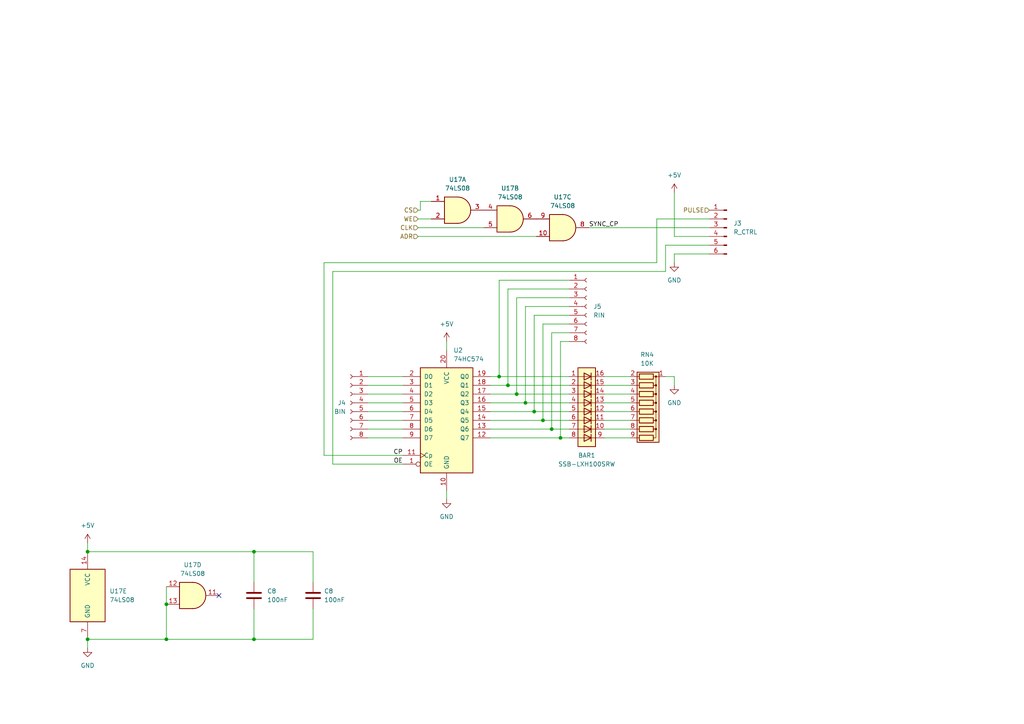
<source format=kicad_sch>
(kicad_sch (version 20230121) (generator eeschema)
  (paper "A4")
  (lib_symbols
    (symbol "74xx:74HCT574" (pin_names (offset 1.016))
      (property "Reference" "U" (at -7.62 16.51 0))
      (property "Value" "74HCT574" (at -7.62 -16.51 0))
      (symbol "74HCT574_1_0"
        (pin input inverted (at -12.7 -12.7 0) (length 5.08) (name "OE") (number "1"))
        (pin power_in line (at 0 -20.32 90) (length 5.08) (name "GND") (number "10"))
        (pin input clock (at -12.7 -10.16 0) (length 5.08) (name "Cp") (number "11"))
        (pin tri_state line (at 12.7 -5.08 180) (length 5.08) (name "Q7") (number "12"))
        (pin tri_state line (at 12.7 -2.54 180) (length 5.08) (name "Q6") (number "13"))
        (pin tri_state line (at 12.7 0 180) (length 5.08) (name "Q5") (number "14"))
        (pin tri_state line (at 12.7 2.54 180) (length 5.08) (name "Q4") (number "15"))
        (pin tri_state line (at 12.7 5.08 180) (length 5.08) (name "Q3") (number "16"))
        (pin tri_state line (at 12.7 7.62 180) (length 5.08) (name "Q2") (number "17"))
        (pin tri_state line (at 12.7 10.16 180) (length 5.08) (name "Q1") (number "18"))
        (pin tri_state line (at 12.7 12.7 180) (length 5.08) (name "Q0") (number "19"))
        (pin input line (at -12.7 12.7 0) (length 5.08) (name "D0") (number "2"))
        (pin power_in line (at 0 20.32 270) (length 5.08) (name "VCC") (number "20"))
        (pin input line (at -12.7 10.16 0) (length 5.08) (name "D1") (number "3"))
        (pin input line (at -12.7 7.62 0) (length 5.08) (name "D2") (number "4"))
        (pin input line (at -12.7 5.08 0) (length 5.08) (name "D3") (number "5"))
        (pin input line (at -12.7 2.54 0) (length 5.08) (name "D4") (number "6"))
        (pin input line (at -12.7 0 0) (length 5.08) (name "D5") (number "7"))
        (pin input line (at -12.7 -2.54 0) (length 5.08) (name "D6") (number "8"))
        (pin input line (at -12.7 -5.08 0) (length 5.08) (name "D7") (number "9"))
      )
      (symbol "74HCT574_1_1"
        (rectangle (start -7.62 15.24) (end 7.62 -15.24) (stroke (width 0.254)) (fill (type background)))
      )
    )
    (symbol "74xx:74LS08" (pin_names (offset 1.016))
      (property "Reference" "U" (at 0 1.27 0))
      (property "Value" "74LS08" (at 0 -1.27 0))
      (symbol "74LS08_1_1"
        (arc (start 0 -3.81) (mid 3.7934 0) (end 0 3.81) (stroke (width 0.254)) (fill (type background)))
        (polyline (pts (xy 0 3.81) (xy -3.81 3.81) (xy -3.81 -3.81) (xy 0 -3.81)) (stroke (width 0.254)) (fill (type background)))
        (pin input line (at -7.62 2.54 0) (length 3.81) (name "~") (number "1"))
        (pin input line (at -7.62 -2.54 0) (length 3.81) (name "~") (number "2"))
        (pin output line (at 7.62 0 180) (length 3.81) (name "~") (number "3"))
      )
      (symbol "74LS08_1_2"
        (arc (start -3.81 -3.81) (mid -2.589 0) (end -3.81 3.81) (stroke (width 0.254)))
        (arc (start -0.6096 -3.81) (mid 2.1842 -2.5851) (end 3.81 0) (stroke (width 0.254)) (fill (type background)))
        (polyline (pts (xy -3.81 -3.81) (xy -0.635 -3.81)) (stroke (width 0.254)) (fill (type background)))
        (polyline (pts (xy -3.81 3.81) (xy -0.635 3.81)) (stroke (width 0.254)) (fill (type background)))
        (polyline (pts (xy -0.635 3.81) (xy -3.81 3.81) (xy -3.81 3.81) (xy -3.556 3.4036) (xy -3.0226 2.2606) (xy -2.6924 1.0414) (xy -2.6162 -0.254) (xy -2.7686 -1.4986) (xy -3.175 -2.7178) (xy -3.81 -3.81) (xy -3.81 -3.81) (xy -0.635 -3.81)) (stroke (width -25.4)) (fill (type background)))
        (arc (start 3.81 0) (mid 2.1915 2.5936) (end -0.6096 3.81) (stroke (width 0.254)) (fill (type background)))
        (pin input inverted (at -7.62 2.54 0) (length 4.318) (name "~") (number "1"))
        (pin input inverted (at -7.62 -2.54 0) (length 4.318) (name "~") (number "2"))
        (pin output inverted (at 7.62 0 180) (length 3.81) (name "~") (number "3"))
      )
      (symbol "74LS08_2_1"
        (arc (start 0 -3.81) (mid 3.7934 0) (end 0 3.81) (stroke (width 0.254)) (fill (type background)))
        (polyline (pts (xy 0 3.81) (xy -3.81 3.81) (xy -3.81 -3.81) (xy 0 -3.81)) (stroke (width 0.254)) (fill (type background)))
        (pin input line (at -7.62 2.54 0) (length 3.81) (name "~") (number "4"))
        (pin input line (at -7.62 -2.54 0) (length 3.81) (name "~") (number "5"))
        (pin output line (at 7.62 0 180) (length 3.81) (name "~") (number "6"))
      )
      (symbol "74LS08_2_2"
        (arc (start -3.81 -3.81) (mid -2.589 0) (end -3.81 3.81) (stroke (width 0.254)))
        (arc (start -0.6096 -3.81) (mid 2.1842 -2.5851) (end 3.81 0) (stroke (width 0.254)) (fill (type background)))
        (polyline (pts (xy -3.81 -3.81) (xy -0.635 -3.81)) (stroke (width 0.254)) (fill (type background)))
        (polyline (pts (xy -3.81 3.81) (xy -0.635 3.81)) (stroke (width 0.254)) (fill (type background)))
        (polyline (pts (xy -0.635 3.81) (xy -3.81 3.81) (xy -3.81 3.81) (xy -3.556 3.4036) (xy -3.0226 2.2606) (xy -2.6924 1.0414) (xy -2.6162 -0.254) (xy -2.7686 -1.4986) (xy -3.175 -2.7178) (xy -3.81 -3.81) (xy -3.81 -3.81) (xy -0.635 -3.81)) (stroke (width -25.4)) (fill (type background)))
        (arc (start 3.81 0) (mid 2.1915 2.5936) (end -0.6096 3.81) (stroke (width 0.254)) (fill (type background)))
        (pin input inverted (at -7.62 2.54 0) (length 4.318) (name "~") (number "4"))
        (pin input inverted (at -7.62 -2.54 0) (length 4.318) (name "~") (number "5"))
        (pin output inverted (at 7.62 0 180) (length 3.81) (name "~") (number "6"))
      )
      (symbol "74LS08_3_1"
        (arc (start 0 -3.81) (mid 3.7934 0) (end 0 3.81) (stroke (width 0.254)) (fill (type background)))
        (polyline (pts (xy 0 3.81) (xy -3.81 3.81) (xy -3.81 -3.81) (xy 0 -3.81)) (stroke (width 0.254)) (fill (type background)))
        (pin input line (at -7.62 -2.54 0) (length 3.81) (name "~") (number "10"))
        (pin output line (at 7.62 0 180) (length 3.81) (name "~") (number "8"))
        (pin input line (at -7.62 2.54 0) (length 3.81) (name "~") (number "9"))
      )
      (symbol "74LS08_3_2"
        (arc (start -3.81 -3.81) (mid -2.589 0) (end -3.81 3.81) (stroke (width 0.254)))
        (arc (start -0.6096 -3.81) (mid 2.1842 -2.5851) (end 3.81 0) (stroke (width 0.254)) (fill (type background)))
        (polyline (pts (xy -3.81 -3.81) (xy -0.635 -3.81)) (stroke (width 0.254)) (fill (type background)))
        (polyline (pts (xy -3.81 3.81) (xy -0.635 3.81)) (stroke (width 0.254)) (fill (type background)))
        (polyline (pts (xy -0.635 3.81) (xy -3.81 3.81) (xy -3.81 3.81) (xy -3.556 3.4036) (xy -3.0226 2.2606) (xy -2.6924 1.0414) (xy -2.6162 -0.254) (xy -2.7686 -1.4986) (xy -3.175 -2.7178) (xy -3.81 -3.81) (xy -3.81 -3.81) (xy -0.635 -3.81)) (stroke (width -25.4)) (fill (type background)))
        (arc (start 3.81 0) (mid 2.1915 2.5936) (end -0.6096 3.81) (stroke (width 0.254)) (fill (type background)))
        (pin input inverted (at -7.62 -2.54 0) (length 4.318) (name "~") (number "10"))
        (pin output inverted (at 7.62 0 180) (length 3.81) (name "~") (number "8"))
        (pin input inverted (at -7.62 2.54 0) (length 4.318) (name "~") (number "9"))
      )
      (symbol "74LS08_4_1"
        (arc (start 0 -3.81) (mid 3.7934 0) (end 0 3.81) (stroke (width 0.254)) (fill (type background)))
        (polyline (pts (xy 0 3.81) (xy -3.81 3.81) (xy -3.81 -3.81) (xy 0 -3.81)) (stroke (width 0.254)) (fill (type background)))
        (pin output line (at 7.62 0 180) (length 3.81) (name "~") (number "11"))
        (pin input line (at -7.62 2.54 0) (length 3.81) (name "~") (number "12"))
        (pin input line (at -7.62 -2.54 0) (length 3.81) (name "~") (number "13"))
      )
      (symbol "74LS08_4_2"
        (arc (start -3.81 -3.81) (mid -2.589 0) (end -3.81 3.81) (stroke (width 0.254)))
        (arc (start -0.6096 -3.81) (mid 2.1842 -2.5851) (end 3.81 0) (stroke (width 0.254)) (fill (type background)))
        (polyline (pts (xy -3.81 -3.81) (xy -0.635 -3.81)) (stroke (width 0.254)) (fill (type background)))
        (polyline (pts (xy -3.81 3.81) (xy -0.635 3.81)) (stroke (width 0.254)) (fill (type background)))
        (polyline (pts (xy -0.635 3.81) (xy -3.81 3.81) (xy -3.81 3.81) (xy -3.556 3.4036) (xy -3.0226 2.2606) (xy -2.6924 1.0414) (xy -2.6162 -0.254) (xy -2.7686 -1.4986) (xy -3.175 -2.7178) (xy -3.81 -3.81) (xy -3.81 -3.81) (xy -0.635 -3.81)) (stroke (width -25.4)) (fill (type background)))
        (arc (start 3.81 0) (mid 2.1915 2.5936) (end -0.6096 3.81) (stroke (width 0.254)) (fill (type background)))
        (pin output inverted (at 7.62 0 180) (length 3.81) (name "~") (number "11"))
        (pin input inverted (at -7.62 2.54 0) (length 4.318) (name "~") (number "12"))
        (pin input inverted (at -7.62 -2.54 0) (length 4.318) (name "~") (number "13"))
      )
      (symbol "74LS08_5_0"
        (pin power_in line (at 0 12.7 270) (length 5.08) (name "VCC") (number "14"))
        (pin power_in line (at 0 -12.7 90) (length 5.08) (name "GND") (number "7"))
      )
      (symbol "74LS08_5_1"
        (rectangle (start -5.08 7.62) (end 5.08 -7.62) (stroke (width 0.254)) (fill (type background)))
      )
    )
    (symbol "Connector:Conn_01x06_Pin" (pin_names (offset 1.016) hide)
      (property "Reference" "J" (at 0 7.62 0))
      (property "Value" "Conn_01x06_Pin" (at 0 -10.16 0))
      (symbol "Conn_01x06_Pin_1_1"
        (polyline (pts (xy 1.27 -7.62) (xy 0.8636 -7.62)) (stroke (width 0.1524)))
        (polyline (pts (xy 1.27 -5.08) (xy 0.8636 -5.08)) (stroke (width 0.1524)))
        (polyline (pts (xy 1.27 -2.54) (xy 0.8636 -2.54)) (stroke (width 0.1524)))
        (polyline (pts (xy 1.27 0) (xy 0.8636 0)) (stroke (width 0.1524)))
        (polyline (pts (xy 1.27 2.54) (xy 0.8636 2.54)) (stroke (width 0.1524)))
        (polyline (pts (xy 1.27 5.08) (xy 0.8636 5.08)) (stroke (width 0.1524)))
        (rectangle (start 0.8636 -7.493) (end 0 -7.747) (stroke (width 0.1524)) (fill (type outline)))
        (rectangle (start 0.8636 -4.953) (end 0 -5.207) (stroke (width 0.1524)) (fill (type outline)))
        (rectangle (start 0.8636 -2.413) (end 0 -2.667) (stroke (width 0.1524)) (fill (type outline)))
        (rectangle (start 0.8636 0.127) (end 0 -0.127) (stroke (width 0.1524)) (fill (type outline)))
        (rectangle (start 0.8636 2.667) (end 0 2.413) (stroke (width 0.1524)) (fill (type outline)))
        (rectangle (start 0.8636 5.207) (end 0 4.953) (stroke (width 0.1524)) (fill (type outline)))
        (pin passive line (at 5.08 5.08 180) (length 3.81) (name "Pin_1") (number "1"))
        (pin passive line (at 5.08 2.54 180) (length 3.81) (name "Pin_2") (number "2"))
        (pin passive line (at 5.08 0 180) (length 3.81) (name "Pin_3") (number "3"))
        (pin passive line (at 5.08 -2.54 180) (length 3.81) (name "Pin_4") (number "4"))
        (pin passive line (at 5.08 -5.08 180) (length 3.81) (name "Pin_5") (number "5"))
        (pin passive line (at 5.08 -7.62 180) (length 3.81) (name "Pin_6") (number "6"))
      )
    )
    (symbol "Connector:Conn_01x08_Socket" (pin_names (offset 1.016) hide)
      (property "Reference" "J" (at 0 10.16 0))
      (property "Value" "Conn_01x08_Socket" (at 0 -12.7 0))
      (symbol "Conn_01x08_Socket_1_1"
        (arc (start 0 -9.652) (mid -0.5058 -10.16) (end 0 -10.668) (stroke (width 0.1524)))
        (arc (start 0 -7.112) (mid -0.5058 -7.62) (end 0 -8.128) (stroke (width 0.1524)))
        (arc (start 0 -4.572) (mid -0.5058 -5.08) (end 0 -5.588) (stroke (width 0.1524)))
        (arc (start 0 -2.032) (mid -0.5058 -2.54) (end 0 -3.048) (stroke (width 0.1524)))
        (polyline (pts (xy -1.27 -10.16) (xy -0.508 -10.16)) (stroke (width 0.1524)))
        (polyline (pts (xy -1.27 -7.62) (xy -0.508 -7.62)) (stroke (width 0.1524)))
        (polyline (pts (xy -1.27 -5.08) (xy -0.508 -5.08)) (stroke (width 0.1524)))
        (polyline (pts (xy -1.27 -2.54) (xy -0.508 -2.54)) (stroke (width 0.1524)))
        (polyline (pts (xy -1.27 0) (xy -0.508 0)) (stroke (width 0.1524)))
        (polyline (pts (xy -1.27 2.54) (xy -0.508 2.54)) (stroke (width 0.1524)))
        (polyline (pts (xy -1.27 5.08) (xy -0.508 5.08)) (stroke (width 0.1524)))
        (polyline (pts (xy -1.27 7.62) (xy -0.508 7.62)) (stroke (width 0.1524)))
        (arc (start 0 0.508) (mid -0.5058 0) (end 0 -0.508) (stroke (width 0.1524)))
        (arc (start 0 3.048) (mid -0.5058 2.54) (end 0 2.032) (stroke (width 0.1524)))
        (arc (start 0 5.588) (mid -0.5058 5.08) (end 0 4.572) (stroke (width 0.1524)))
        (arc (start 0 8.128) (mid -0.5058 7.62) (end 0 7.112) (stroke (width 0.1524)))
        (pin passive line (at -5.08 7.62 0) (length 3.81) (name "Pin_1") (number "1"))
        (pin passive line (at -5.08 5.08 0) (length 3.81) (name "Pin_2") (number "2"))
        (pin passive line (at -5.08 2.54 0) (length 3.81) (name "Pin_3") (number "3"))
        (pin passive line (at -5.08 0 0) (length 3.81) (name "Pin_4") (number "4"))
        (pin passive line (at -5.08 -2.54 0) (length 3.81) (name "Pin_5") (number "5"))
        (pin passive line (at -5.08 -5.08 0) (length 3.81) (name "Pin_6") (number "6"))
        (pin passive line (at -5.08 -7.62 0) (length 3.81) (name "Pin_7") (number "7"))
        (pin passive line (at -5.08 -10.16 0) (length 3.81) (name "Pin_8") (number "8"))
      )
    )
    (symbol "Device:C" (pin_numbers hide) (pin_names (offset 0.254))
      (property "Reference" "C" (at 0.635 2.54 0))
      (property "Value" "C" (at 0.635 -2.54 0))
      (symbol "C_0_1"
        (polyline (pts (xy -2.032 -0.762) (xy 2.032 -0.762)) (stroke (width 0.508)))
        (polyline (pts (xy -2.032 0.762) (xy 2.032 0.762)) (stroke (width 0.508)))
      )
      (symbol "C_1_1"
        (pin passive line (at 0 3.81 270) (length 2.794) (name "~") (number "1"))
        (pin passive line (at 0 -3.81 90) (length 2.794) (name "~") (number "2"))
      )
    )
    (symbol "Device:R_Network08" (pin_names (offset 0) hide)
      (property "Reference" "RN" (at -12.7 0 90))
      (property "Value" "R_Network08" (at 10.16 0 90))
      (symbol "R_Network08_0_1"
        (rectangle (start -11.43 -3.175) (end 8.89 3.175) (stroke (width 0.254)) (fill (type background)))
        (rectangle (start -10.922 1.524) (end -9.398 -2.54) (stroke (width 0.254)))
        (circle (center -10.16 2.286) (radius 0.254) (fill (type outline)))
        (rectangle (start -8.382 1.524) (end -6.858 -2.54) (stroke (width 0.254)))
        (circle (center -7.62 2.286) (radius 0.254) (fill (type outline)))
        (rectangle (start -5.842 1.524) (end -4.318 -2.54) (stroke (width 0.254)))
        (circle (center -5.08 2.286) (radius 0.254) (fill (type outline)))
        (rectangle (start -3.302 1.524) (end -1.778 -2.54) (stroke (width 0.254)))
        (circle (center -2.54 2.286) (radius 0.254) (fill (type outline)))
        (rectangle (start -0.762 1.524) (end 0.762 -2.54) (stroke (width 0.254)))
        (polyline (pts (xy -10.16 -2.54) (xy -10.16 -3.81)))
        (polyline (pts (xy -7.62 -2.54) (xy -7.62 -3.81)))
        (polyline (pts (xy -5.08 -2.54) (xy -5.08 -3.81)))
        (polyline (pts (xy -2.54 -2.54) (xy -2.54 -3.81)))
        (polyline (pts (xy 0 -2.54) (xy 0 -3.81)))
        (polyline (pts (xy 2.54 -2.54) (xy 2.54 -3.81)))
        (polyline (pts (xy 5.08 -2.54) (xy 5.08 -3.81)))
        (polyline (pts (xy 7.62 -2.54) (xy 7.62 -3.81)))
        (polyline (pts (xy -10.16 1.524) (xy -10.16 2.286) (xy -7.62 2.286) (xy -7.62 1.524)))
        (polyline (pts (xy -7.62 1.524) (xy -7.62 2.286) (xy -5.08 2.286) (xy -5.08 1.524)))
        (polyline (pts (xy -5.08 1.524) (xy -5.08 2.286) (xy -2.54 2.286) (xy -2.54 1.524)))
        (polyline (pts (xy -2.54 1.524) (xy -2.54 2.286) (xy 0 2.286) (xy 0 1.524)))
        (polyline (pts (xy 0 1.524) (xy 0 2.286) (xy 2.54 2.286) (xy 2.54 1.524)))
        (polyline (pts (xy 2.54 1.524) (xy 2.54 2.286) (xy 5.08 2.286) (xy 5.08 1.524)))
        (polyline (pts (xy 5.08 1.524) (xy 5.08 2.286) (xy 7.62 2.286) (xy 7.62 1.524)))
        (circle (center 0 2.286) (radius 0.254) (fill (type outline)))
        (rectangle (start 1.778 1.524) (end 3.302 -2.54) (stroke (width 0.254)))
        (circle (center 2.54 2.286) (radius 0.254) (fill (type outline)))
        (rectangle (start 4.318 1.524) (end 5.842 -2.54) (stroke (width 0.254)))
        (circle (center 5.08 2.286) (radius 0.254) (fill (type outline)))
        (rectangle (start 6.858 1.524) (end 8.382 -2.54) (stroke (width 0.254)))
      )
      (symbol "R_Network08_1_1"
        (pin passive line (at -10.16 5.08 270) (length 2.54) (name "common") (number "1"))
        (pin passive line (at -10.16 -5.08 90) (length 1.27) (name "R1") (number "2"))
        (pin passive line (at -7.62 -5.08 90) (length 1.27) (name "R2") (number "3"))
        (pin passive line (at -5.08 -5.08 90) (length 1.27) (name "R3") (number "4"))
        (pin passive line (at -2.54 -5.08 90) (length 1.27) (name "R4") (number "5"))
        (pin passive line (at 0 -5.08 90) (length 1.27) (name "R5") (number "6"))
        (pin passive line (at 2.54 -5.08 90) (length 1.27) (name "R6") (number "7"))
        (pin passive line (at 5.08 -5.08 90) (length 1.27) (name "R7") (number "8"))
        (pin passive line (at 7.62 -5.08 90) (length 1.27) (name "R8") (number "9"))
      )
    )
    (symbol "LED:SSB-LXH100SRW" (pin_names (offset 1.016) hide)
      (property "Reference" "BAR" (at 0 15.24 0))
      (property "Value" "SSB-LXH100SRW" (at 0 -12.7 0))
      (symbol "SSB-LXH100SRW_0_1"
        (rectangle (start -2.54 12.7) (end 2.54 -10.16) (stroke (width 0.254)) (fill (type background)))
        (polyline (pts (xy -2.54 -7.62) (xy 2.54 -7.62)))
        (polyline (pts (xy -2.54 -5.08) (xy 2.54 -5.08)))
        (polyline (pts (xy -2.54 0) (xy 2.54 0)))
        (polyline (pts (xy -2.54 5.08) (xy 2.54 5.08)))
        (polyline (pts (xy -2.54 7.62) (xy 2.54 7.62)))
        (polyline (pts (xy -2.54 10.16) (xy 2.54 10.16)))
        (polyline (pts (xy 1.27 -6.604) (xy 1.27 -8.636)) (stroke (width 0.254)))
        (polyline (pts (xy 1.27 -4.064) (xy 1.27 -6.096)) (stroke (width 0.254)))
        (polyline (pts (xy 1.27 -1.524) (xy 1.27 -3.556)) (stroke (width 0.254)))
        (polyline (pts (xy 1.27 1.016) (xy 1.27 -1.016)) (stroke (width 0.254)))
        (polyline (pts (xy 1.27 3.556) (xy 1.27 1.524)) (stroke (width 0.254)))
        (polyline (pts (xy 1.27 6.096) (xy 1.27 4.064)) (stroke (width 0.254)))
        (polyline (pts (xy 1.27 8.636) (xy 1.27 6.604)) (stroke (width 0.254)))
        (polyline (pts (xy 1.27 11.176) (xy 1.27 9.144)) (stroke (width 0.254)))
        (polyline (pts (xy 2.54 -2.54) (xy -2.54 -2.54)))
        (polyline (pts (xy 2.54 2.54) (xy -2.54 2.54)))
        (polyline (pts (xy -0.762 -6.604) (xy -0.762 -8.636) (xy 1.27 -7.62) (xy -0.762 -6.604)) (stroke (width 0.254)))
        (polyline (pts (xy -0.762 -4.064) (xy -0.762 -6.096) (xy 1.27 -5.08) (xy -0.762 -4.064)) (stroke (width 0.254)))
        (polyline (pts (xy -0.762 -1.524) (xy -0.762 -3.556) (xy 1.27 -2.54) (xy -0.762 -1.524)) (stroke (width 0.254)))
        (polyline (pts (xy -0.762 1.016) (xy -0.762 -1.016) (xy 1.27 0) (xy -0.762 1.016)) (stroke (width 0.254)))
        (polyline (pts (xy -0.762 3.556) (xy -0.762 1.524) (xy 1.27 2.54) (xy -0.762 3.556)) (stroke (width 0.254)))
        (polyline (pts (xy -0.762 6.096) (xy -0.762 4.064) (xy 1.27 5.08) (xy -0.762 6.096)) (stroke (width 0.254)))
        (polyline (pts (xy -0.762 8.636) (xy -0.762 6.604) (xy 1.27 7.62) (xy -0.762 8.636)) (stroke (width 0.254)))
        (polyline (pts (xy -0.762 11.176) (xy -0.762 9.144) (xy 1.27 10.16) (xy -0.762 11.176)) (stroke (width 0.254)))
      )
      (symbol "SSB-LXH100SRW_1_1"
        (pin passive line (at -5.08 10.16 0) (length 2.54) (name "A") (number "1"))
        (pin passive line (at 5.08 -5.08 180) (length 2.54) (name "K") (number "10"))
        (pin passive line (at 5.08 -2.54 180) (length 2.54) (name "K") (number "11"))
        (pin passive line (at 5.08 0 180) (length 2.54) (name "K") (number "12"))
        (pin passive line (at 5.08 2.54 180) (length 2.54) (name "K") (number "13"))
        (pin passive line (at 5.08 5.08 180) (length 2.54) (name "K") (number "14"))
        (pin passive line (at 5.08 7.62 180) (length 2.54) (name "K") (number "15"))
        (pin passive line (at 5.08 10.16 180) (length 2.54) (name "K") (number "16"))
        (pin passive line (at -5.08 7.62 0) (length 2.54) (name "A") (number "2"))
        (pin passive line (at -5.08 5.08 0) (length 2.54) (name "A") (number "3"))
        (pin passive line (at -5.08 2.54 0) (length 2.54) (name "A") (number "4"))
        (pin passive line (at -5.08 0 0) (length 2.54) (name "A") (number "5"))
        (pin passive line (at -5.08 -2.54 0) (length 2.54) (name "A") (number "6"))
        (pin passive line (at -5.08 -5.08 0) (length 2.54) (name "A") (number "7"))
        (pin passive line (at -5.08 -7.62 0) (length 2.54) (name "A") (number "8"))
        (pin passive line (at 5.08 -7.62 180) (length 2.54) (name "K") (number "9"))
      )
    )
    (symbol "power:+5V" (power) (pin_names (offset 0))
      (property "Value" "+5V" (at 0 3.556 0))
      (symbol "+5V_0_1"
        (polyline (pts (xy -0.762 1.27) (xy 0 2.54)))
        (polyline (pts (xy 0 0) (xy 0 2.54)))
        (polyline (pts (xy 0 2.54) (xy 0.762 1.27)))
      )
      (symbol "+5V_1_1"
        (pin power_in line (at 0 0 90) (length 0) hide (name "+5V") (number "1"))
      )
    )
    (symbol "power:GND" (power) (pin_names (offset 0))
      (property "Value" "GND" (at 0 -3.81 0))
      (symbol "GND_0_1"
        (polyline (pts (xy 0 0) (xy 0 -1.27) (xy 1.27 -1.27) (xy 0 -2.54) (xy -1.27 -1.27) (xy 0 -1.27)))
      )
      (symbol "GND_1_1"
        (pin power_in line (at 0 0 270) (length 0) hide (name "GND") (number "1"))
      )
    )
  )
  (junction (at 73.66 185.42))
  (junction (at 162.56 127))
  (junction (at 160.02 124.46))
  (junction (at 144.78 109.22))
  (junction (at 25.4 160.02))
  (junction (at 147.32 111.76))
  (junction (at 154.94 119.38))
  (junction (at 157.48 121.92))
  (junction (at 48.26 185.42))
  (junction (at 73.66 160.02))
  (junction (at 48.26 175.26))
  (junction (at 25.4 185.42))
  (junction (at 152.4 116.84))
  (junction (at 149.86 114.3))
  (no_connect (at 63.5 172.72))
  (wire (pts (xy 165.1 93.98) (xy 157.48 93.98)))
  (wire (pts (xy 152.4 116.84) (xy 165.1 116.84)))
  (wire (pts (xy 162.56 99.06) (xy 162.56 127)))
  (wire (pts (xy 175.26 111.76) (xy 182.88 111.76)))
  (wire (pts (xy 121.285 68.58) (xy 155.575 68.58)))
  (wire (pts (xy 175.26 109.22) (xy 182.88 109.22)))
  (wire (pts (xy 142.24 109.22) (xy 144.78 109.22)))
  (wire (pts (xy 195.58 109.22) (xy 195.58 111.76)))
  (wire (pts (xy 142.24 127) (xy 162.56 127)))
  (wire (pts (xy 165.1 81.28) (xy 144.78 81.28)))
  (wire (pts (xy 165.1 83.82) (xy 147.32 83.82)))
  (wire (pts (xy 195.58 73.66) (xy 195.58 76.2)))
  (wire (pts (xy 144.78 109.22) (xy 165.1 109.22)))
  (wire (pts (xy 25.4 185.42) (xy 48.26 185.42)))
  (wire (pts (xy 48.26 175.26) (xy 48.26 185.42)))
  (wire (pts (xy 73.66 176.53) (xy 73.66 185.42)))
  (wire (pts (xy 125.095 63.5) (xy 121.285 63.5)))
  (wire (pts (xy 147.32 111.76) (xy 165.1 111.76)))
  (wire (pts (xy 160.02 96.52) (xy 160.02 124.46)))
  (wire (pts (xy 193.04 78.74) (xy 96.52 78.74)))
  (wire (pts (xy 190.5 63.5) (xy 190.5 76.2)))
  (wire (pts (xy 142.24 124.46) (xy 160.02 124.46)))
  (wire (pts (xy 106.68 114.3) (xy 116.84 114.3)))
  (wire (pts (xy 121.285 66.04) (xy 140.335 66.04)))
  (wire (pts (xy 154.94 91.44) (xy 154.94 119.38)))
  (wire (pts (xy 175.26 127) (xy 182.88 127)))
  (wire (pts (xy 106.68 127) (xy 116.84 127)))
  (wire (pts (xy 157.48 93.98) (xy 157.48 121.92)))
  (wire (pts (xy 121.285 60.96) (xy 121.92 60.96)))
  (wire (pts (xy 142.24 111.76) (xy 147.32 111.76)))
  (wire (pts (xy 106.68 124.46) (xy 116.84 124.46)))
  (wire (pts (xy 195.58 73.66) (xy 205.74 73.66)))
  (wire (pts (xy 25.4 160.02) (xy 73.66 160.02)))
  (wire (pts (xy 175.26 121.92) (xy 182.88 121.92)))
  (wire (pts (xy 73.66 160.02) (xy 73.66 168.91)))
  (wire (pts (xy 175.26 116.84) (xy 182.88 116.84)))
  (wire (pts (xy 106.68 121.92) (xy 116.84 121.92)))
  (wire (pts (xy 193.04 71.12) (xy 193.04 78.74)))
  (wire (pts (xy 193.04 109.22) (xy 195.58 109.22)))
  (wire (pts (xy 106.68 116.84) (xy 116.84 116.84)))
  (wire (pts (xy 190.5 76.2) (xy 93.98 76.2)))
  (wire (pts (xy 90.805 176.53) (xy 90.805 185.42)))
  (wire (pts (xy 129.54 99.06) (xy 129.54 101.6)))
  (wire (pts (xy 106.68 109.22) (xy 116.84 109.22)))
  (wire (pts (xy 142.24 116.84) (xy 152.4 116.84)))
  (wire (pts (xy 175.26 119.38) (xy 182.88 119.38)))
  (wire (pts (xy 170.815 66.04) (xy 205.74 66.04)))
  (wire (pts (xy 73.66 160.02) (xy 90.805 160.02)))
  (wire (pts (xy 48.26 170.18) (xy 48.26 175.26)))
  (wire (pts (xy 149.86 114.3) (xy 165.1 114.3)))
  (wire (pts (xy 142.24 114.3) (xy 149.86 114.3)))
  (wire (pts (xy 149.86 86.36) (xy 149.86 114.3)))
  (wire (pts (xy 175.26 114.3) (xy 182.88 114.3)))
  (wire (pts (xy 144.78 81.28) (xy 144.78 109.22)))
  (wire (pts (xy 160.02 124.46) (xy 165.1 124.46)))
  (wire (pts (xy 96.52 134.62) (xy 116.84 134.62)))
  (wire (pts (xy 90.805 160.02) (xy 90.805 168.91)))
  (wire (pts (xy 121.92 58.42) (xy 125.095 58.42)))
  (wire (pts (xy 154.94 119.38) (xy 165.1 119.38)))
  (wire (pts (xy 147.32 83.82) (xy 147.32 111.76)))
  (wire (pts (xy 165.1 96.52) (xy 160.02 96.52)))
  (wire (pts (xy 165.1 91.44) (xy 154.94 91.44)))
  (wire (pts (xy 152.4 88.9) (xy 152.4 116.84)))
  (wire (pts (xy 157.48 121.92) (xy 165.1 121.92)))
  (wire (pts (xy 142.24 119.38) (xy 154.94 119.38)))
  (wire (pts (xy 93.98 132.08) (xy 116.84 132.08)))
  (wire (pts (xy 106.68 111.76) (xy 116.84 111.76)))
  (wire (pts (xy 48.26 185.42) (xy 73.66 185.42)))
  (wire (pts (xy 162.56 127) (xy 165.1 127)))
  (wire (pts (xy 195.58 55.88) (xy 195.58 68.58)))
  (wire (pts (xy 106.68 119.38) (xy 116.84 119.38)))
  (wire (pts (xy 175.26 124.46) (xy 182.88 124.46)))
  (wire (pts (xy 25.4 185.42) (xy 25.4 187.96)))
  (wire (pts (xy 195.58 68.58) (xy 205.74 68.58)))
  (wire (pts (xy 93.98 76.2) (xy 93.98 132.08)))
  (wire (pts (xy 142.24 121.92) (xy 157.48 121.92)))
  (wire (pts (xy 96.52 78.74) (xy 96.52 134.62)))
  (wire (pts (xy 129.54 142.24) (xy 129.54 144.78)))
  (wire (pts (xy 165.1 88.9) (xy 152.4 88.9)))
  (wire (pts (xy 165.1 86.36) (xy 149.86 86.36)))
  (wire (pts (xy 162.56 99.06) (xy 165.1 99.06)))
  (wire (pts (xy 90.805 185.42) (xy 73.66 185.42)))
  (wire (pts (xy 190.5 63.5) (xy 205.74 63.5)))
  (wire (pts (xy 121.92 60.96) (xy 121.92 58.42)))
  (wire (pts (xy 25.4 157.48) (xy 25.4 160.02)))
  (wire (pts (xy 205.74 71.12) (xy 193.04 71.12)))
  (label "CP" (at 116.84 132.08 180))
  (label "OE" (at 116.84 134.62 180))
  (label "SYNC_CP" (at 170.815 66.04 0))
  (hierarchical_label "CLK" (shape input) (at 121.285 66.04 180))
  (hierarchical_label "PULSE" (shape input) (at 205.74 60.96 180))
  (hierarchical_label "CS" (shape input) (at 121.285 60.96 180))
  (hierarchical_label "WE" (shape input) (at 121.285 63.5 180))
  (hierarchical_label "ADR" (shape input) (at 121.285 68.58 180))
  (symbol (lib_id "Connector:Conn_01x06_Pin") (at 210.82 66.04 0) (mirror y) (unit 1)
    (property "Reference" "J3" (at 212.725 64.77 0) (effects (justify right)))
    (property "Value" "R_CTRL" (at 212.725 67.31 0) (effects (justify right)))
    (property "Footprint" "Connector_PinHeader_2.54mm:PinHeader_1x06_P2.54mm_Vertical" (effects hide))
    (instances (project "DigitalProtoBoard" (path "" (reference "J3") (unit 1)) (path "" (reference "J1") (unit 1)) (path "" (reference "J5") (unit 1)) (path "" (reference "J8") (unit 1))))
  )
  (symbol (lib_id "74xx:74LS08") (at 55.88 172.72 0) (unit 4)
    (property "Reference" "U17" (at 55.8717 163.83 0))
    (property "Value" "74LS08" (at 55.8717 166.37 0))
    (property "Datasheet" "http://www.ti.com/lit/gpn/sn74LS08" (effects hide))
    (instances (project "DigitalProtoBoard" (path "" (reference "U17") (unit 4)) (path "" (reference "U18") (unit 4)) (path "" (reference "U20") (unit 4))))
  )
  (symbol (lib_id "power:GND") (at 25.4 187.96 0) (unit 1)
    (property "Reference" "#PWR05" (effects hide))
    (property "Value" "GND" (at 25.4 193.04 0))
    (instances (project "DigitalProtoBoard" (path "" (reference "#PWR05") (unit 1)) (path "" (reference "#PWR032") (unit 1)) (path "" (reference "#PWR017") (unit 1)) (path "" (reference "#PWR025") (unit 1))))
  )
  (symbol (lib_id "Connector:Conn_01x08_Socket") (at 170.18 88.9 0) (unit 1)
    (property "Reference" "J5" (at 172.085 88.9 0) (effects (justify left)))
    (property "Value" "RIN" (at 172.085 91.44 0) (effects (justify left)))
    (property "Footprint" "Connector_PinSocket_2.54mm:PinSocket_1x08_P2.54mm_Vertical" (effects hide))
    (instances (project "DigitalProtoBoard" (path "" (reference "J5") (unit 1)) (path "" (reference "J9") (unit 1)) (path "" (reference "J7") (unit 1)) (path "" (reference "J11") (unit 1))))
  )
  (symbol (lib_id "power:+5V") (at 129.54 99.06 0) (unit 1)
    (property "Reference" "#PWR09" (effects hide))
    (property "Value" "+5V" (at 129.54 93.98 0))
    (instances (project "DigitalProtoBoard" (path "" (reference "#PWR09") (unit 1)) (path "" (reference "#PWR07") (unit 1)) (path "" (reference "#PWR018") (unit 1)) (path "" (reference "#PWR029") (unit 1))))
  )
  (symbol (lib_id "Device:R_Network08") (at 187.96 119.38 270) (unit 1)
    (property "Reference" "RN4" (at 187.706 102.87 90))
    (property "Value" "10K" (at 187.706 105.41 90))
    (property "Footprint" "Resistor_THT:R_Array_SIP9" (effects hide))
    (property "Datasheet" "http://www.vishay.com/docs/31509/csc.pdf" (effects hide))
    (instances (project "DigitalProtoBoard" (path "" (reference "RN4") (unit 1)) (path "" (reference "RN4") (unit 1)) (path "" (reference "RN2") (unit 1)) (path "" (reference "RN3") (unit 1))))
  )
  (symbol (lib_id "LED:SSB-LXH100SRW") (at 170.18 119.38 0) (unit 1)
    (property "Reference" "BAR1" (at 170.18 132.08 0))
    (property "Value" "SSB-LXH100SRW" (at 170.18 134.62 0))
    (property "Footprint" "rrDisplay:SSB-LXH100SRW" (effects hide))
    (property "Datasheet" "https://www.mouser.sg/datasheet/2/244/lumex-SSB-LXH100SRW-1176497.pdf" (effects hide))
    (instances (project "DigitalProtoBoard" (path "" (reference "BAR1") (unit 1)) (path "" (reference "BAR2") (unit 1)) (path "" (reference "BAR3") (unit 1))))
  )
  (symbol (lib_id "Device:C") (at 90.805 172.72 0) (unit 1)
    (property "Reference" "C8" (at 93.98 171.45 0) (effects (justify left)))
    (property "Value" "100nF" (at 93.98 173.99 0) (effects (justify left)))
    (property "Footprint" "Capacitor_THT:C_Disc_D5.0mm_W2.5mm_P2.50mm" (effects hide))
    (instances (project "DigitalProtoBoard" (path "" (reference "C8") (unit 1)) (path "" (reference "C7") (unit 1)) (path "" (reference "C9") (unit 1)) (path "" (reference "C4") (unit 1)) (path "" (reference "C14") (unit 1)) (path "" (reference "C15") (unit 1))))
  )
  (symbol (lib_id "power:GND") (at 195.58 76.2 0) (unit 1)
    (property "Reference" "#PWR08" (effects hide))
    (property "Value" "GND" (at 195.58 81.28 0))
    (instances (project "DigitalProtoBoard" (path "" (reference "#PWR08") (unit 1)) (path "" (reference "#PWR041") (unit 1)) (path "" (reference "#PWR042") (unit 1)) (path "" (reference "#PWR043") (unit 1))))
  )
  (symbol (lib_id "power:GND") (at 195.58 111.76 0) (unit 1)
    (property "Reference" "#PWR07" (effects hide))
    (property "Value" "GND" (at 195.58 116.84 0))
    (instances (project "DigitalProtoBoard" (path "" (reference "#PWR07") (unit 1)) (path "" (reference "#PWR09") (unit 1)) (path "" (reference "#PWR023") (unit 1)) (path "" (reference "#PWR036") (unit 1))))
  )
  (symbol (lib_id "74xx:74LS08") (at 163.195 66.04 0) (unit 3)
    (property "Reference" "U17" (at 163.1867 57.15 0))
    (property "Value" "74LS08" (at 163.1867 59.69 0))
    (property "Datasheet" "http://www.ti.com/lit/gpn/sn74LS08" (effects hide))
    (instances (project "DigitalProtoBoard" (path "" (reference "U17") (unit 3)) (path "" (reference "U18") (unit 3)) (path "" (reference "U20") (unit 3))))
  )
  (symbol (lib_id "power:+5V") (at 195.58 55.88 0) (unit 1)
    (property "Reference" "#PWR07" (effects hide))
    (property "Value" "+5V" (at 195.58 50.8 0))
    (instances (project "SerialPeripheralInterfaceBoard" (path "" (reference "#PWR07") (unit 1)) (path "" (reference "#PWR07") (unit 1))) (project "DigitalProtoBoard" (path "" (reference "#PWR028") (unit 1)) (path "" (reference "#PWR044") (unit 1)) (path "" (reference "#PWR045") (unit 1)) (path "" (reference "#PWR046") (unit 1))))
  )
  (symbol (lib_id "Connector:Conn_01x08_Socket") (at 101.6 116.84 0) (mirror y) (unit 1)
    (property "Reference" "J4" (at 100.33 116.84 0) (effects (justify left)))
    (property "Value" "BIN" (at 100.33 119.38 0) (effects (justify left)))
    (property "Footprint" "Connector_PinSocket_2.54mm:PinSocket_1x08_P2.54mm_Vertical" (effects hide))
    (instances (project "DigitalProtoBoard" (path "" (reference "J4") (unit 1)) (path "" (reference "J4") (unit 1)) (path "" (reference "J6") (unit 1)) (path "" (reference "J10") (unit 1))))
  )
  (symbol (lib_id "74xx:74HCT574") (at 129.54 121.92 0) (unit 1)
    (property "Reference" "U2" (at 131.4959 101.6 0) (effects (justify left)))
    (property "Value" "74HC574" (at 131.4959 104.14 0) (effects (justify left)))
    (property "Footprint" "Package_DIP:DIP-20_W7.62mm" (effects hide))
    (property "Datasheet" "http://www.ti.com/lit/gpn/sn74HCT574" (effects hide))
    (instances (project "DigitalProtoBoard" (path "" (reference "U2") (unit 1)) (path "" (reference "U2") (unit 1)) (path "" (reference "U7") (unit 1)) (path "" (reference "U14") (unit 1))))
  )
  (symbol (lib_id "Device:C") (at 73.66 172.72 0) (unit 1)
    (property "Reference" "C8" (at 77.47 171.45 0) (effects (justify left)))
    (property "Value" "100nF" (at 77.47 173.99 0) (effects (justify left)))
    (property "Footprint" "Capacitor_THT:C_Disc_D5.0mm_W2.5mm_P2.50mm" (effects hide))
    (instances (project "DigitalProtoBoard" (path "" (reference "C8") (unit 1)) (path "" (reference "C7") (unit 1)) (path "" (reference "C9") (unit 1)) (path "" (reference "C10") (unit 1)) (path "" (reference "C11") (unit 1)) (path "" (reference "C12") (unit 1))))
  )
  (symbol (lib_id "power:GND") (at 129.54 144.78 0) (unit 1)
    (property "Reference" "#PWR08" (effects hide))
    (property "Value" "GND" (at 129.54 149.86 0))
    (instances (project "DigitalProtoBoard" (path "" (reference "#PWR08") (unit 1)) (path "" (reference "#PWR08") (unit 1)) (path "" (reference "#PWR019") (unit 1)) (path "" (reference "#PWR030") (unit 1))))
  )
  (symbol (lib_id "74xx:74LS08") (at 147.955 63.5 0) (unit 2)
    (property "Reference" "U17" (at 147.9467 54.61 0))
    (property "Value" "74LS08" (at 147.9467 57.15 0))
    (property "Datasheet" "http://www.ti.com/lit/gpn/sn74LS08" (effects hide))
    (instances (project "DigitalProtoBoard" (path "" (reference "U17") (unit 2)) (path "" (reference "U18") (unit 2)) (path "" (reference "U20") (unit 2))))
  )
  (symbol (lib_id "74xx:74LS08") (at 132.715 60.96 0) (unit 1)
    (property "Reference" "U17" (at 132.7067 52.07 0))
    (property "Value" "74LS08" (at 132.7067 54.61 0))
    (property "Datasheet" "http://www.ti.com/lit/gpn/sn74LS08" (effects hide))
    (instances (project "DigitalProtoBoard" (path "" (reference "U17") (unit 1)) (path "" (reference "U18") (unit 1)) (path "" (reference "U20") (unit 1))))
  )
  (symbol (lib_id "power:+5V") (at 25.4 157.48 0) (unit 1)
    (property "Reference" "#PWR06" (effects hide))
    (property "Value" "+5V" (at 25.4 152.4 0))
    (instances (project "DigitalProtoBoard" (path "" (reference "#PWR06") (unit 1)) (path "" (reference "#PWR031") (unit 1)) (path "" (reference "#PWR016") (unit 1)) (path "" (reference "#PWR024") (unit 1))))
  )
  (symbol (lib_id "74xx:74LS08") (at 25.4 172.72 0) (unit 5)
    (property "Reference" "U17" (at 31.75 171.45 0) (effects (justify left)))
    (property "Value" "74LS08" (at 31.75 173.99 0) (effects (justify left)))
    (property "Datasheet" "http://www.ti.com/lit/gpn/sn74LS08" (effects hide))
    (instances (project "DigitalProtoBoard" (path "" (reference "U17") (unit 5)) (path "" (reference "U18") (unit 5)) (path "" (reference "U20") (unit 5))))
  )
)
</source>
